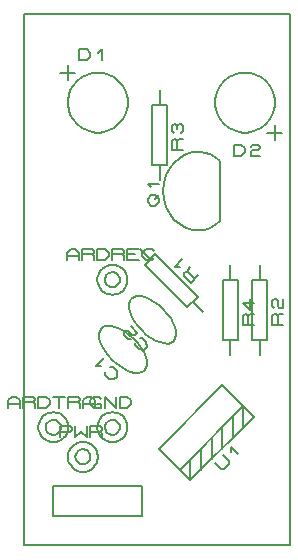
<source format=gbr>
G04 PROTEUS GERBER X2 FILE*
%TF.GenerationSoftware,Labcenter,Proteus,8.12-SP0-Build30713*%
%TF.CreationDate,2023-05-14T03:14:54+00:00*%
%TF.FileFunction,Legend,Top*%
%TF.FilePolarity,Positive*%
%TF.Part,Single*%
%TF.SameCoordinates,{c0eacf68-35c9-4941-82e1-425e7bc03e7b}*%
%FSLAX45Y45*%
%MOMM*%
G01*
%TA.AperFunction,Material*%
%ADD17C,0.203200*%
%TA.AperFunction,Profile*%
%ADD15C,0.203200*%
%TD.AperFunction*%
D17*
X-1269407Y+2511407D02*
X-1179605Y+2421605D01*
X-1224506Y+2376704D02*
X-865296Y+2017494D01*
X-775493Y+2107296D01*
X-1134703Y+2466507D01*
X-1224506Y+2376704D01*
X-820395Y+2062395D02*
X-730592Y+1972592D01*
X-771902Y+2290493D02*
X-836559Y+2225836D01*
X-892686Y+2281962D01*
X-893135Y+2303964D01*
X-882359Y+2314740D01*
X-860357Y+2314291D01*
X-804231Y+2258164D01*
X-860357Y+2314291D02*
X-860806Y+2336293D01*
X-839254Y+2357845D01*
X-927260Y+2359642D02*
X-971264Y+2360540D01*
X-906606Y+2425198D01*
X-1369000Y+3750000D02*
X-1369827Y+3770483D01*
X-1376545Y+3811450D01*
X-1390563Y+3852417D01*
X-1413341Y+3893384D01*
X-1448141Y+3934229D01*
X-1489108Y+3965845D01*
X-1530075Y+3986392D01*
X-1571042Y+3998629D01*
X-1612009Y+4003762D01*
X-1623000Y+4004000D01*
X-1877000Y+3750000D02*
X-1876173Y+3770483D01*
X-1869455Y+3811450D01*
X-1855437Y+3852417D01*
X-1832659Y+3893384D01*
X-1797859Y+3934229D01*
X-1756892Y+3965845D01*
X-1715925Y+3986392D01*
X-1674958Y+3998629D01*
X-1633991Y+4003762D01*
X-1623000Y+4004000D01*
X-1877000Y+3750000D02*
X-1876173Y+3729517D01*
X-1869455Y+3688550D01*
X-1855437Y+3647583D01*
X-1832659Y+3606616D01*
X-1797859Y+3565771D01*
X-1756892Y+3534155D01*
X-1715925Y+3513608D01*
X-1674958Y+3501371D01*
X-1633991Y+3496238D01*
X-1623000Y+3496000D01*
X-1369000Y+3750000D02*
X-1369827Y+3729517D01*
X-1376545Y+3688550D01*
X-1390563Y+3647583D01*
X-1413341Y+3606616D01*
X-1448141Y+3565771D01*
X-1489108Y+3534155D01*
X-1530075Y+3513608D01*
X-1571042Y+3501371D01*
X-1612009Y+3496238D01*
X-1623000Y+3496000D01*
X-1940500Y+4004000D02*
X-1813500Y+4004000D01*
X-1877000Y+4067500D02*
X-1877000Y+3940500D01*
X-1781750Y+4108140D02*
X-1781750Y+4199580D01*
X-1718250Y+4199580D01*
X-1686500Y+4169100D01*
X-1686500Y+4138620D01*
X-1718250Y+4108140D01*
X-1781750Y+4108140D01*
X-1623000Y+4169100D02*
X-1591250Y+4199580D01*
X-1591250Y+4108140D01*
X-1373000Y+1000000D02*
X-1373427Y+1010409D01*
X-1376899Y+1031228D01*
X-1384155Y+1052047D01*
X-1395983Y+1072866D01*
X-1414080Y+1093524D01*
X-1434899Y+1109045D01*
X-1455718Y+1119030D01*
X-1476537Y+1124814D01*
X-1497356Y+1126972D01*
X-1500000Y+1127000D01*
X-1627000Y+1000000D02*
X-1626573Y+1010409D01*
X-1623101Y+1031228D01*
X-1615845Y+1052047D01*
X-1604017Y+1072866D01*
X-1585920Y+1093524D01*
X-1565101Y+1109045D01*
X-1544282Y+1119030D01*
X-1523463Y+1124814D01*
X-1502644Y+1126972D01*
X-1500000Y+1127000D01*
X-1627000Y+1000000D02*
X-1626573Y+989591D01*
X-1623101Y+968772D01*
X-1615845Y+947953D01*
X-1604017Y+927134D01*
X-1585920Y+906476D01*
X-1565101Y+890955D01*
X-1544282Y+880970D01*
X-1523463Y+875186D01*
X-1502644Y+873028D01*
X-1500000Y+873000D01*
X-1373000Y+1000000D02*
X-1373427Y+989591D01*
X-1376899Y+968772D01*
X-1384155Y+947953D01*
X-1395983Y+927134D01*
X-1414080Y+906476D01*
X-1434899Y+890955D01*
X-1455718Y+880970D01*
X-1476537Y+875186D01*
X-1497356Y+873028D01*
X-1500000Y+873000D01*
X-1436500Y+1000000D02*
X-1436717Y+1005247D01*
X-1438482Y+1015742D01*
X-1442174Y+1026237D01*
X-1448202Y+1036732D01*
X-1457424Y+1047112D01*
X-1467919Y+1054800D01*
X-1478414Y+1059718D01*
X-1488909Y+1062524D01*
X-1499404Y+1063497D01*
X-1500000Y+1063500D01*
X-1563500Y+1000000D02*
X-1563283Y+1005247D01*
X-1561518Y+1015742D01*
X-1557826Y+1026237D01*
X-1551798Y+1036732D01*
X-1542576Y+1047112D01*
X-1532081Y+1054800D01*
X-1521586Y+1059718D01*
X-1511091Y+1062524D01*
X-1500596Y+1063497D01*
X-1500000Y+1063500D01*
X-1563500Y+1000000D02*
X-1563283Y+994753D01*
X-1561518Y+984258D01*
X-1557826Y+973763D01*
X-1551798Y+963268D01*
X-1542576Y+952888D01*
X-1532081Y+945200D01*
X-1521586Y+940282D01*
X-1511091Y+937476D01*
X-1500596Y+936503D01*
X-1500000Y+936500D01*
X-1436500Y+1000000D02*
X-1436717Y+994753D01*
X-1438482Y+984258D01*
X-1442174Y+973763D01*
X-1448202Y+963268D01*
X-1457424Y+952888D01*
X-1467919Y+945200D01*
X-1478414Y+940282D01*
X-1488909Y+937476D01*
X-1499404Y+936503D01*
X-1500000Y+936500D01*
X-1627000Y+1198120D02*
X-1595250Y+1198120D01*
X-1595250Y+1167640D01*
X-1658750Y+1167640D01*
X-1690500Y+1198120D01*
X-1690500Y+1228600D01*
X-1658750Y+1259080D01*
X-1611125Y+1259080D01*
X-1595250Y+1243840D01*
X-1563500Y+1167640D02*
X-1563500Y+1259080D01*
X-1468250Y+1167640D01*
X-1468250Y+1259080D01*
X-1436500Y+1167640D02*
X-1436500Y+1259080D01*
X-1373000Y+1259080D01*
X-1341250Y+1228600D01*
X-1341250Y+1198120D01*
X-1373000Y+1167640D01*
X-1436500Y+1167640D01*
X-1623000Y+750000D02*
X-1623427Y+760409D01*
X-1626899Y+781228D01*
X-1634155Y+802047D01*
X-1645983Y+822866D01*
X-1664080Y+843524D01*
X-1684899Y+859045D01*
X-1705718Y+869030D01*
X-1726537Y+874814D01*
X-1747356Y+876972D01*
X-1750000Y+877000D01*
X-1877000Y+750000D02*
X-1876573Y+760409D01*
X-1873101Y+781228D01*
X-1865845Y+802047D01*
X-1854017Y+822866D01*
X-1835920Y+843524D01*
X-1815101Y+859045D01*
X-1794282Y+869030D01*
X-1773463Y+874814D01*
X-1752644Y+876972D01*
X-1750000Y+877000D01*
X-1877000Y+750000D02*
X-1876573Y+739591D01*
X-1873101Y+718772D01*
X-1865845Y+697953D01*
X-1854017Y+677134D01*
X-1835920Y+656476D01*
X-1815101Y+640955D01*
X-1794282Y+630970D01*
X-1773463Y+625186D01*
X-1752644Y+623028D01*
X-1750000Y+623000D01*
X-1623000Y+750000D02*
X-1623427Y+739591D01*
X-1626899Y+718772D01*
X-1634155Y+697953D01*
X-1645983Y+677134D01*
X-1664080Y+656476D01*
X-1684899Y+640955D01*
X-1705718Y+630970D01*
X-1726537Y+625186D01*
X-1747356Y+623028D01*
X-1750000Y+623000D01*
X-1686500Y+750000D02*
X-1686717Y+755247D01*
X-1688482Y+765742D01*
X-1692174Y+776237D01*
X-1698202Y+786732D01*
X-1707424Y+797112D01*
X-1717919Y+804800D01*
X-1728414Y+809718D01*
X-1738909Y+812524D01*
X-1749404Y+813497D01*
X-1750000Y+813500D01*
X-1813500Y+750000D02*
X-1813283Y+755247D01*
X-1811518Y+765742D01*
X-1807826Y+776237D01*
X-1801798Y+786732D01*
X-1792576Y+797112D01*
X-1782081Y+804800D01*
X-1771586Y+809718D01*
X-1761091Y+812524D01*
X-1750596Y+813497D01*
X-1750000Y+813500D01*
X-1813500Y+750000D02*
X-1813283Y+744753D01*
X-1811518Y+734258D01*
X-1807826Y+723763D01*
X-1801798Y+713268D01*
X-1792576Y+702888D01*
X-1782081Y+695200D01*
X-1771586Y+690282D01*
X-1761091Y+687476D01*
X-1750596Y+686503D01*
X-1750000Y+686500D01*
X-1686500Y+750000D02*
X-1686717Y+744753D01*
X-1688482Y+734258D01*
X-1692174Y+723763D01*
X-1698202Y+713268D01*
X-1707424Y+702888D01*
X-1717919Y+695200D01*
X-1728414Y+690282D01*
X-1738909Y+687476D01*
X-1749404Y+686503D01*
X-1750000Y+686500D01*
X-1940500Y+917640D02*
X-1940500Y+1009080D01*
X-1861125Y+1009080D01*
X-1845250Y+993840D01*
X-1845250Y+978600D01*
X-1861125Y+963360D01*
X-1940500Y+963360D01*
X-1813500Y+1009080D02*
X-1813500Y+917640D01*
X-1765875Y+963360D01*
X-1718250Y+917640D01*
X-1718250Y+1009080D01*
X-1686500Y+917640D02*
X-1686500Y+1009080D01*
X-1607125Y+1009080D01*
X-1591250Y+993840D01*
X-1591250Y+978600D01*
X-1607125Y+963360D01*
X-1686500Y+963360D01*
X-1607125Y+963360D02*
X-1591250Y+948120D01*
X-1591250Y+917640D01*
X-1873000Y+1000000D02*
X-1873427Y+1010409D01*
X-1876899Y+1031228D01*
X-1884155Y+1052047D01*
X-1895983Y+1072866D01*
X-1914080Y+1093524D01*
X-1934899Y+1109045D01*
X-1955718Y+1119030D01*
X-1976537Y+1124814D01*
X-1997356Y+1126972D01*
X-2000000Y+1127000D01*
X-2127000Y+1000000D02*
X-2126573Y+1010409D01*
X-2123101Y+1031228D01*
X-2115845Y+1052047D01*
X-2104017Y+1072866D01*
X-2085920Y+1093524D01*
X-2065101Y+1109045D01*
X-2044282Y+1119030D01*
X-2023463Y+1124814D01*
X-2002644Y+1126972D01*
X-2000000Y+1127000D01*
X-2127000Y+1000000D02*
X-2126573Y+989591D01*
X-2123101Y+968772D01*
X-2115845Y+947953D01*
X-2104017Y+927134D01*
X-2085920Y+906476D01*
X-2065101Y+890955D01*
X-2044282Y+880970D01*
X-2023463Y+875186D01*
X-2002644Y+873028D01*
X-2000000Y+873000D01*
X-1873000Y+1000000D02*
X-1873427Y+989591D01*
X-1876899Y+968772D01*
X-1884155Y+947953D01*
X-1895983Y+927134D01*
X-1914080Y+906476D01*
X-1934899Y+890955D01*
X-1955718Y+880970D01*
X-1976537Y+875186D01*
X-1997356Y+873028D01*
X-2000000Y+873000D01*
X-1936500Y+1000000D02*
X-1936717Y+1005247D01*
X-1938482Y+1015742D01*
X-1942174Y+1026237D01*
X-1948202Y+1036732D01*
X-1957424Y+1047112D01*
X-1967919Y+1054800D01*
X-1978414Y+1059718D01*
X-1988909Y+1062524D01*
X-1999404Y+1063497D01*
X-2000000Y+1063500D01*
X-2063500Y+1000000D02*
X-2063283Y+1005247D01*
X-2061518Y+1015742D01*
X-2057826Y+1026237D01*
X-2051798Y+1036732D01*
X-2042576Y+1047112D01*
X-2032081Y+1054800D01*
X-2021586Y+1059718D01*
X-2011091Y+1062524D01*
X-2000596Y+1063497D01*
X-2000000Y+1063500D01*
X-2063500Y+1000000D02*
X-2063283Y+994753D01*
X-2061518Y+984258D01*
X-2057826Y+973763D01*
X-2051798Y+963268D01*
X-2042576Y+952888D01*
X-2032081Y+945200D01*
X-2021586Y+940282D01*
X-2011091Y+937476D01*
X-2000596Y+936503D01*
X-2000000Y+936500D01*
X-1936500Y+1000000D02*
X-1936717Y+994753D01*
X-1938482Y+984258D01*
X-1942174Y+973763D01*
X-1948202Y+963268D01*
X-1957424Y+952888D01*
X-1967919Y+945200D01*
X-1978414Y+940282D01*
X-1988909Y+937476D01*
X-1999404Y+936503D01*
X-2000000Y+936500D01*
X-2381000Y+1167640D02*
X-2381000Y+1228600D01*
X-2349250Y+1259080D01*
X-2317500Y+1259080D01*
X-2285750Y+1228600D01*
X-2285750Y+1167640D01*
X-2381000Y+1198120D02*
X-2285750Y+1198120D01*
X-2254000Y+1167640D02*
X-2254000Y+1259080D01*
X-2174625Y+1259080D01*
X-2158750Y+1243840D01*
X-2158750Y+1228600D01*
X-2174625Y+1213360D01*
X-2254000Y+1213360D01*
X-2174625Y+1213360D02*
X-2158750Y+1198120D01*
X-2158750Y+1167640D01*
X-2127000Y+1167640D02*
X-2127000Y+1259080D01*
X-2063500Y+1259080D01*
X-2031750Y+1228600D01*
X-2031750Y+1198120D01*
X-2063500Y+1167640D01*
X-2127000Y+1167640D01*
X-2000000Y+1259080D02*
X-1904750Y+1259080D01*
X-1952375Y+1259080D02*
X-1952375Y+1167640D01*
X-1873000Y+1167640D02*
X-1873000Y+1259080D01*
X-1793625Y+1259080D01*
X-1777750Y+1243840D01*
X-1777750Y+1228600D01*
X-1793625Y+1213360D01*
X-1873000Y+1213360D01*
X-1793625Y+1213360D02*
X-1777750Y+1198120D01*
X-1777750Y+1167640D01*
X-1746000Y+1167640D02*
X-1746000Y+1228600D01*
X-1714250Y+1259080D01*
X-1682500Y+1259080D01*
X-1650750Y+1228600D01*
X-1650750Y+1167640D01*
X-1746000Y+1198120D02*
X-1650750Y+1198120D01*
X-123000Y+3750000D02*
X-123827Y+3770483D01*
X-130545Y+3811450D01*
X-144563Y+3852417D01*
X-167341Y+3893384D01*
X-202141Y+3934229D01*
X-243108Y+3965845D01*
X-284075Y+3986392D01*
X-325042Y+3998629D01*
X-366009Y+4003762D01*
X-377000Y+4004000D01*
X-631000Y+3750000D02*
X-630173Y+3770483D01*
X-623455Y+3811450D01*
X-609437Y+3852417D01*
X-586659Y+3893384D01*
X-551859Y+3934229D01*
X-510892Y+3965845D01*
X-469925Y+3986392D01*
X-428958Y+3998629D01*
X-387991Y+4003762D01*
X-377000Y+4004000D01*
X-631000Y+3750000D02*
X-630173Y+3729517D01*
X-623455Y+3688550D01*
X-609437Y+3647583D01*
X-586659Y+3606616D01*
X-551859Y+3565771D01*
X-510892Y+3534155D01*
X-469925Y+3513608D01*
X-428958Y+3501371D01*
X-387991Y+3496238D01*
X-377000Y+3496000D01*
X-123000Y+3750000D02*
X-123827Y+3729517D01*
X-130545Y+3688550D01*
X-144563Y+3647583D01*
X-167341Y+3606616D01*
X-202141Y+3565771D01*
X-243108Y+3534155D01*
X-284075Y+3513608D01*
X-325042Y+3501371D01*
X-366009Y+3496238D01*
X-377000Y+3496000D01*
X-59500Y+3496000D02*
X-186500Y+3496000D01*
X-123000Y+3432500D02*
X-123000Y+3559500D01*
X-472250Y+3300420D02*
X-472250Y+3391860D01*
X-408750Y+3391860D01*
X-377000Y+3361380D01*
X-377000Y+3330900D01*
X-408750Y+3300420D01*
X-472250Y+3300420D01*
X-329375Y+3376620D02*
X-313500Y+3391860D01*
X-265875Y+3391860D01*
X-250000Y+3376620D01*
X-250000Y+3361380D01*
X-265875Y+3346140D01*
X-313500Y+3346140D01*
X-329375Y+3330900D01*
X-329375Y+3300420D01*
X-250000Y+3300420D01*
X-584900Y+2746000D02*
X-584900Y+3254000D01*
X-750000Y+2669800D02*
X-711702Y+2674562D01*
X-672212Y+2688850D01*
X-630342Y+2712662D01*
X-584900Y+2746000D01*
X-750000Y+2669800D02*
X-814918Y+2672431D01*
X-874953Y+2688912D01*
X-928942Y+2717839D01*
X-975722Y+2757807D01*
X-1014131Y+2807412D01*
X-1043005Y+2865249D01*
X-1061182Y+2929913D01*
X-1067500Y+3000000D01*
X-750000Y+3330200D02*
X-711702Y+3325438D01*
X-672212Y+3311150D01*
X-630342Y+3287338D01*
X-584900Y+3254000D01*
X-750000Y+3330200D02*
X-814918Y+3327569D01*
X-874953Y+3311088D01*
X-928942Y+3282161D01*
X-975722Y+3242193D01*
X-1014131Y+3192588D01*
X-1043005Y+3134751D01*
X-1061182Y+3070087D01*
X-1067500Y+3000000D01*
X-1169100Y+2873000D02*
X-1199580Y+2904750D01*
X-1199580Y+2936500D01*
X-1169100Y+2968250D01*
X-1138620Y+2968250D01*
X-1108140Y+2936500D01*
X-1108140Y+2904750D01*
X-1138620Y+2873000D01*
X-1169100Y+2873000D01*
X-1138620Y+2936500D02*
X-1108140Y+2968250D01*
X-1169100Y+3031750D02*
X-1199580Y+3063500D01*
X-1108140Y+3063500D01*
X-250000Y+2373000D02*
X-250000Y+2246000D01*
X-313500Y+1738000D02*
X-186500Y+1738000D01*
X-186500Y+2246000D01*
X-313500Y+2246000D01*
X-313500Y+1738000D01*
X-250000Y+1738000D02*
X-250000Y+1611000D01*
X-54420Y+1865000D02*
X-145860Y+1865000D01*
X-145860Y+1944375D01*
X-130620Y+1960250D01*
X-115380Y+1960250D01*
X-100140Y+1944375D01*
X-100140Y+1865000D01*
X-100140Y+1944375D02*
X-84900Y+1960250D01*
X-54420Y+1960250D01*
X-130620Y+2007875D02*
X-145860Y+2023750D01*
X-145860Y+2071375D01*
X-130620Y+2087250D01*
X-115380Y+2087250D01*
X-100140Y+2071375D01*
X-100140Y+2023750D01*
X-84900Y+2007875D01*
X-54420Y+2007875D01*
X-54420Y+2087250D01*
X-1100000Y+3857000D02*
X-1100000Y+3730000D01*
X-1163500Y+3222000D02*
X-1036500Y+3222000D01*
X-1036500Y+3730000D01*
X-1163500Y+3730000D01*
X-1163500Y+3222000D01*
X-1100000Y+3222000D02*
X-1100000Y+3095000D01*
X-904420Y+3349000D02*
X-995860Y+3349000D01*
X-995860Y+3428375D01*
X-980620Y+3444250D01*
X-965380Y+3444250D01*
X-950140Y+3428375D01*
X-950140Y+3349000D01*
X-950140Y+3428375D02*
X-934900Y+3444250D01*
X-904420Y+3444250D01*
X-980620Y+3491875D02*
X-995860Y+3507750D01*
X-995860Y+3555375D01*
X-980620Y+3571250D01*
X-965380Y+3571250D01*
X-950140Y+3555375D01*
X-934900Y+3571250D01*
X-919660Y+3571250D01*
X-904420Y+3555375D01*
X-904420Y+3507750D01*
X-919660Y+3491875D01*
X-950140Y+3523625D02*
X-950140Y+3555375D01*
X-500000Y+2373000D02*
X-500000Y+2246000D01*
X-563500Y+1738000D02*
X-436500Y+1738000D01*
X-436500Y+2246000D01*
X-563500Y+2246000D01*
X-563500Y+1738000D01*
X-500000Y+1738000D02*
X-500000Y+1611000D01*
X-304420Y+1865000D02*
X-395860Y+1865000D01*
X-395860Y+1944375D01*
X-380620Y+1960250D01*
X-365380Y+1960250D01*
X-350140Y+1944375D01*
X-350140Y+1865000D01*
X-350140Y+1944375D02*
X-334900Y+1960250D01*
X-304420Y+1960250D01*
X-334900Y+2087250D02*
X-334900Y+1992000D01*
X-395860Y+2055500D01*
X-304420Y+2055500D01*
X-570395Y+1359210D02*
X-1109210Y+820395D01*
X-929605Y+640790D01*
X-390790Y+1179605D01*
X-570395Y+1359210D01*
X-390790Y+1179605D02*
X-300987Y+1089803D01*
X-839803Y+550987D01*
X-929605Y+640790D01*
X-390790Y+1179605D02*
X-390790Y+1000000D01*
X-480592Y+1089803D02*
X-480592Y+910197D01*
X-570395Y+1000000D02*
X-570395Y+820395D01*
X-660197Y+910197D02*
X-660197Y+730592D01*
X-750000Y+820395D02*
X-750000Y+640790D01*
X-839803Y+730592D02*
X-839803Y+550987D01*
X-631461Y+701855D02*
X-577580Y+647974D01*
X-555578Y+648423D01*
X-510677Y+693324D01*
X-510228Y+715326D01*
X-564110Y+769207D01*
X-497655Y+792556D02*
X-496757Y+836560D01*
X-432099Y+771902D01*
X-1230592Y+1480592D02*
X-1252482Y+1465887D01*
X-1279759Y+1459264D01*
X-1311415Y+1460387D01*
X-1346438Y+1468918D01*
X-1383818Y+1484521D01*
X-1422545Y+1506860D01*
X-1461609Y+1535596D01*
X-1500000Y+1570395D01*
X-1589803Y+1839803D02*
X-1604508Y+1817913D01*
X-1611131Y+1790636D01*
X-1610008Y+1758980D01*
X-1601477Y+1723957D01*
X-1585874Y+1686577D01*
X-1563535Y+1647850D01*
X-1534798Y+1608786D01*
X-1500000Y+1570395D01*
X-1230592Y+1480592D02*
X-1215887Y+1502482D01*
X-1209264Y+1529759D01*
X-1210387Y+1561415D01*
X-1218918Y+1596438D01*
X-1234521Y+1633818D01*
X-1256860Y+1672545D01*
X-1285597Y+1711609D01*
X-1320395Y+1750000D01*
X-1589803Y+1839803D02*
X-1567913Y+1854508D01*
X-1540636Y+1861131D01*
X-1508980Y+1860008D01*
X-1473957Y+1851477D01*
X-1436577Y+1835874D01*
X-1397850Y+1813535D01*
X-1358786Y+1784799D01*
X-1320395Y+1750000D01*
X-1517062Y+1508431D02*
X-1495060Y+1507982D01*
X-1461384Y+1474306D01*
X-1460486Y+1430303D01*
X-1482039Y+1408750D01*
X-1526042Y+1409648D01*
X-1559718Y+1443324D01*
X-1560167Y+1465326D01*
X-1594292Y+1521004D02*
X-1638296Y+1521902D01*
X-1573638Y+1586560D01*
X-980592Y+1730592D02*
X-1002482Y+1715887D01*
X-1029759Y+1709264D01*
X-1061415Y+1710387D01*
X-1096438Y+1718918D01*
X-1133818Y+1734521D01*
X-1172545Y+1756860D01*
X-1211609Y+1785596D01*
X-1250000Y+1820395D01*
X-1339803Y+2089803D02*
X-1354508Y+2067913D01*
X-1361131Y+2040636D01*
X-1360008Y+2008980D01*
X-1351477Y+1973957D01*
X-1335874Y+1936577D01*
X-1313535Y+1897850D01*
X-1284798Y+1858786D01*
X-1250000Y+1820395D01*
X-980592Y+1730592D02*
X-965887Y+1752482D01*
X-959264Y+1779759D01*
X-960387Y+1811415D01*
X-968918Y+1846438D01*
X-984521Y+1883818D01*
X-1006860Y+1922545D01*
X-1035597Y+1961609D01*
X-1070395Y+2000000D01*
X-1339803Y+2089803D02*
X-1317913Y+2104508D01*
X-1290636Y+2111131D01*
X-1258980Y+2110008D01*
X-1223957Y+2101477D01*
X-1186577Y+2085874D01*
X-1147850Y+2063535D01*
X-1108786Y+2034799D01*
X-1070395Y+2000000D01*
X-1267063Y+1758431D02*
X-1245061Y+1757982D01*
X-1211385Y+1724306D01*
X-1210487Y+1680303D01*
X-1232040Y+1658750D01*
X-1276043Y+1659648D01*
X-1309719Y+1693324D01*
X-1310168Y+1715326D01*
X-1343844Y+1749002D02*
X-1365846Y+1749451D01*
X-1399522Y+1783127D01*
X-1399971Y+1805129D01*
X-1389195Y+1815905D01*
X-1367193Y+1815456D01*
X-1333517Y+1781780D01*
X-1311516Y+1781331D01*
X-1289963Y+1802884D01*
X-1346090Y+1859010D01*
D15*
X-1000000Y+4500000D02*
X-1750000Y+4500000D01*
X-2000000Y+4500000D01*
X-1000000Y+4500000D02*
X+0Y+4500000D01*
X+0Y+0D02*
X+0Y+4500000D01*
X-1000000Y+0D02*
X+0Y+0D01*
X-1000000Y+0D02*
X-2000000Y+0D01*
X-2250000Y+0D02*
X-2250000Y+4500000D01*
X-2000000Y+4500000D01*
X-1250000Y+500000D02*
X-1750000Y+500000D01*
X-1750000Y+250000D02*
X-1250000Y+250000D01*
X-1750000Y+500000D02*
X-2000000Y+500000D01*
X-2000000Y+250000D01*
X-1750000Y+250000D01*
X-2250000Y+0D02*
X-2000000Y+0D01*
D17*
X-1373000Y+2250000D02*
X-1373427Y+2260409D01*
X-1376899Y+2281228D01*
X-1384155Y+2302047D01*
X-1395983Y+2322866D01*
X-1414080Y+2343524D01*
X-1434899Y+2359045D01*
X-1455718Y+2369030D01*
X-1476537Y+2374814D01*
X-1497356Y+2376972D01*
X-1500000Y+2377000D01*
X-1627000Y+2250000D02*
X-1626573Y+2260409D01*
X-1623101Y+2281228D01*
X-1615845Y+2302047D01*
X-1604017Y+2322866D01*
X-1585920Y+2343524D01*
X-1565101Y+2359045D01*
X-1544282Y+2369030D01*
X-1523463Y+2374814D01*
X-1502644Y+2376972D01*
X-1500000Y+2377000D01*
X-1627000Y+2250000D02*
X-1626573Y+2239591D01*
X-1623101Y+2218772D01*
X-1615845Y+2197953D01*
X-1604017Y+2177134D01*
X-1585920Y+2156476D01*
X-1565101Y+2140955D01*
X-1544282Y+2130970D01*
X-1523463Y+2125186D01*
X-1502644Y+2123028D01*
X-1500000Y+2123000D01*
X-1373000Y+2250000D02*
X-1373427Y+2239591D01*
X-1376899Y+2218772D01*
X-1384155Y+2197953D01*
X-1395983Y+2177134D01*
X-1414080Y+2156476D01*
X-1434899Y+2140955D01*
X-1455718Y+2130970D01*
X-1476537Y+2125186D01*
X-1497356Y+2123028D01*
X-1500000Y+2123000D01*
X-1436500Y+2250000D02*
X-1436717Y+2255247D01*
X-1438482Y+2265742D01*
X-1442174Y+2276237D01*
X-1448202Y+2286732D01*
X-1457424Y+2297112D01*
X-1467919Y+2304800D01*
X-1478414Y+2309718D01*
X-1488909Y+2312524D01*
X-1499404Y+2313497D01*
X-1500000Y+2313500D01*
X-1563500Y+2250000D02*
X-1563283Y+2255247D01*
X-1561518Y+2265742D01*
X-1557826Y+2276237D01*
X-1551798Y+2286732D01*
X-1542576Y+2297112D01*
X-1532081Y+2304800D01*
X-1521586Y+2309718D01*
X-1511091Y+2312524D01*
X-1500596Y+2313497D01*
X-1500000Y+2313500D01*
X-1563500Y+2250000D02*
X-1563283Y+2244753D01*
X-1561518Y+2234258D01*
X-1557826Y+2223763D01*
X-1551798Y+2213268D01*
X-1542576Y+2202888D01*
X-1532081Y+2195200D01*
X-1521586Y+2190282D01*
X-1511091Y+2187476D01*
X-1500596Y+2186503D01*
X-1500000Y+2186500D01*
X-1436500Y+2250000D02*
X-1436717Y+2244753D01*
X-1438482Y+2234258D01*
X-1442174Y+2223763D01*
X-1448202Y+2213268D01*
X-1457424Y+2202888D01*
X-1467919Y+2195200D01*
X-1478414Y+2190282D01*
X-1488909Y+2187476D01*
X-1499404Y+2186503D01*
X-1500000Y+2186500D01*
X-1881000Y+2417640D02*
X-1881000Y+2478600D01*
X-1849250Y+2509080D01*
X-1817500Y+2509080D01*
X-1785750Y+2478600D01*
X-1785750Y+2417640D01*
X-1881000Y+2448120D02*
X-1785750Y+2448120D01*
X-1754000Y+2417640D02*
X-1754000Y+2509080D01*
X-1674625Y+2509080D01*
X-1658750Y+2493840D01*
X-1658750Y+2478600D01*
X-1674625Y+2463360D01*
X-1754000Y+2463360D01*
X-1674625Y+2463360D02*
X-1658750Y+2448120D01*
X-1658750Y+2417640D01*
X-1627000Y+2417640D02*
X-1627000Y+2509080D01*
X-1563500Y+2509080D01*
X-1531750Y+2478600D01*
X-1531750Y+2448120D01*
X-1563500Y+2417640D01*
X-1627000Y+2417640D01*
X-1500000Y+2417640D02*
X-1500000Y+2509080D01*
X-1420625Y+2509080D01*
X-1404750Y+2493840D01*
X-1404750Y+2478600D01*
X-1420625Y+2463360D01*
X-1500000Y+2463360D01*
X-1420625Y+2463360D02*
X-1404750Y+2448120D01*
X-1404750Y+2417640D01*
X-1277750Y+2417640D02*
X-1373000Y+2417640D01*
X-1373000Y+2509080D01*
X-1277750Y+2509080D01*
X-1373000Y+2463360D02*
X-1309500Y+2463360D01*
X-1150750Y+2432880D02*
X-1166625Y+2417640D01*
X-1214250Y+2417640D01*
X-1246000Y+2448120D01*
X-1246000Y+2478600D01*
X-1214250Y+2509080D01*
X-1166625Y+2509080D01*
X-1150750Y+2493840D01*
D15*
X-1250000Y+500000D02*
X-1250000Y+250000D01*
M02*

</source>
